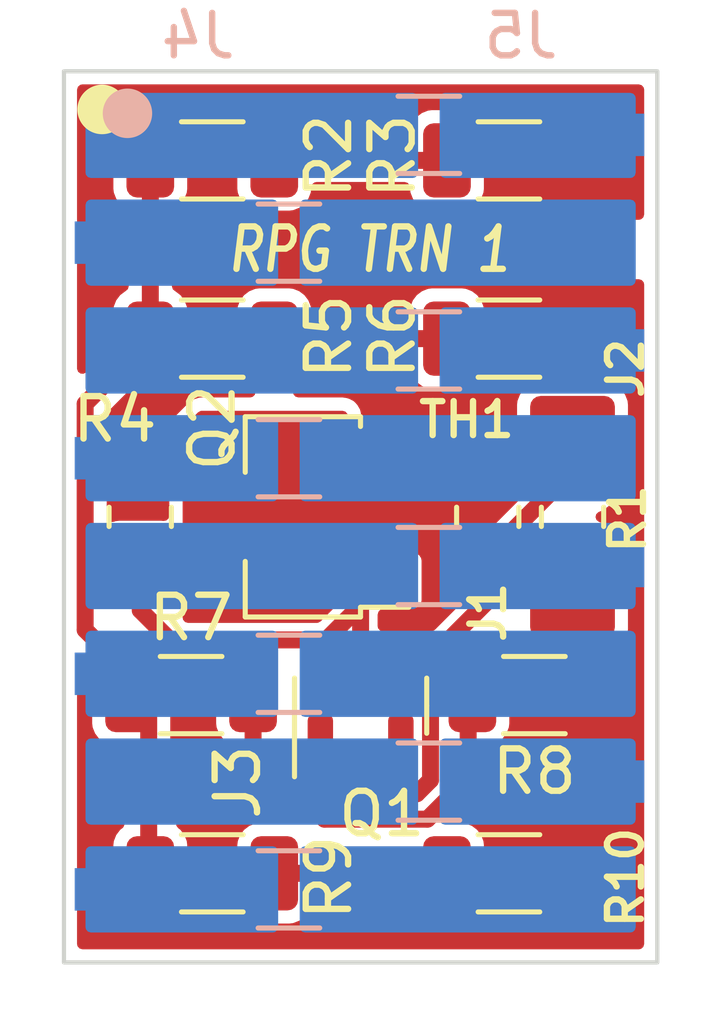
<source format=kicad_pcb>
(kicad_pcb (version 20211014) (generator pcbnew)
  (layers (0 "F.Cu" signal) (31 "B.Cu" signal) (34 "B.Paste" user) (35 "F.Paste" user) (36 "B.SilkS" user "B.Silkscreen") (37 "F.SilkS" user "F.Silkscreen") (38 "B.Mask" user) (39 "F.Mask" user) (44 "Edge.Cuts" user))
  (net 0 "")
  (net 1 "Net-(J1-Pad1)")
  (net 2 "Net-(J2-Pad1)")
  (net 3 "Net-(Q1-Pad1)")
  (net 4 "Net-(Q1-Pad3)")
  (net 5 "Net-(Q2-Pad3)")
  (net 6 "Net-(J3-Pad1)")
  (net 7 "Net-(J4-Pad8)")
  (net 8 "Net-(J4-Pad7)")
  (net 9 "Net-(J4-Pad6)")
  (net 10 "Net-(J4-Pad5)")
  (net 11 "Net-(J4-Pad4)")
  (net 12 "Net-(J4-Pad3)")
  (net 13 "Net-(J4-Pad2)")
  (net 14 "Net-(J4-Pad1)")
  (net 15 "Net-(J5-Pad8)")
  (net 16 "Net-(J5-Pad7)")
  (net 17 "Net-(J5-Pad6)")
  (net 18 "Net-(J5-Pad5)")
  (net 19 "Net-(J5-Pad4)")
  (net 20 "Net-(J5-Pad3)")
  (net 21 "Net-(J5-Pad2)")
  (net 22 "Net-(J5-Pad1)")
  (net 23 "Net-(R10-Pad1)")
  (net 24 "Net-(R2-Pad2)")
  (net 25 "Net-(R5-Pad2)")
  (net 26 "Net-(R7-Pad2)")
  (footprint "Resistor_SMD:R_1206_3216Metric" (layer "F.Cu") (at 138.5 91.3)
    (fp_text reference "R5" (at 2.75 -0.05 90) (layer "F.SilkS"))
    (fp_text value "150")
    (fp_line (start -0.727064 -0.91) (end 0.727064 -0.91) (layer "F.SilkS") (width 0.12))
    (fp_line (start -0.727064 0.91) (end 0.727064 0.91) (layer "F.SilkS") (width 0.12))
    (pad "1" smd roundrect (at -1.4625 0) (size 1.125 1.75) (layers "F.Cu" "F.Paste" "F.Mask") (roundrect_rratio 0.222222) (net 6 "Net-(J3-Pad1)"))
    (pad "2" smd roundrect (at 1.4625 0) (size 1.125 1.75) (layers "F.Cu" "F.Paste" "F.Mask") (roundrect_rratio 0.222222) (net 25 "Net-(R5-Pad2)"))
  )
  (footprint "Resistor_SMD:R_1206_3216Metric" (layer "F.Cu") (at 138.5 87.1)
    (fp_text reference "R2" (at 2.75 -0.1 90) (layer "F.SilkS"))
    (fp_text value "150")
    (fp_line (start -0.727064 0.91) (end 0.727064 0.91) (layer "F.SilkS") (width 0.12))
    (fp_line (start -0.727064 -0.91) (end 0.727064 -0.91) (layer "F.SilkS") (width 0.12))
    (pad "1" smd roundrect (at -1.4625 0) (size 1.125 1.75) (layers "F.Cu" "F.Paste" "F.Mask") (roundrect_rratio 0.222222) (net 6 "Net-(J3-Pad1)"))
    (pad "2" smd roundrect (at 1.4625 0) (size 1.125 1.75) (layers "F.Cu" "F.Paste" "F.Mask") (roundrect_rratio 0.222222) (net 24 "Net-(R2-Pad2)"))
  )
  (footprint "Resistor_SMD:R_0805_2012Metric" (layer "F.Cu") (at 147 95.5 90)
    (fp_text reference "R1" (at -0.05 1.3 90) (layer "F.SilkS") (effects (font (size 0.8 0.8))))
    (fp_text value "16k")
    (fp_line (start -0.227064 -0.735) (end 0.227064 -0.735) (layer "F.SilkS") (width 0.12))
    (fp_line (start -0.227064 0.735) (end 0.227064 0.735) (layer "F.SilkS") (width 0.12))
    (pad "1" smd roundrect (at -0.9125 0 90) (size 1.025 1.4) (layers "F.Cu" "F.Paste" "F.Mask") (roundrect_rratio 0.243902439) (net 1 "Net-(J1-Pad1)"))
    (pad "2" smd roundrect (at 0.9125 0 90) (size 1.025 1.4) (layers "F.Cu" "F.Paste" "F.Mask") (roundrect_rratio 0.243902439) (net 3 "Net-(Q1-Pad1)"))
  )
  (footprint "Resistor_SMD:R_1206_3216Metric" (layer "F.Cu") (at 145.5 103.9)
    (fp_text reference "R10" (at 2.75 0.1 90) (layer "F.SilkS") (effects (font (size 0.8 0.8))))
    (fp_text value "150")
    (fp_line (start -0.727064 -0.91) (end 0.727064 -0.91) (layer "F.SilkS") (width 0.12))
    (fp_line (start -0.727064 0.91) (end 0.727064 0.91) (layer "F.SilkS") (width 0.12))
    (pad "1" smd roundrect (at -1.4625 0) (size 1.125 1.75) (layers "F.Cu" "F.Paste" "F.Mask") (roundrect_rratio 0.222222) (net 23 "Net-(R10-Pad1)"))
    (pad "2" smd roundrect (at 1.4625 0) (size 1.125 1.75) (layers "F.Cu" "F.Paste" "F.Mask") (roundrect_rratio 0.222222) (net 5 "Net-(Q2-Pad3)"))
  )
  (footprint "Resistor_SMD:R_1206_3216Metric" (layer "F.Cu") (at 145.5 91.3)
    (fp_text reference "R6" (at -2.75 -0.05 90) (layer "F.SilkS"))
    (fp_text value "150")
    (fp_line (start -0.727064 0.91) (end 0.727064 0.91) (layer "F.SilkS") (width 0.12))
    (fp_line (start -0.727064 -0.91) (end 0.727064 -0.91) (layer "F.SilkS") (width 0.12))
    (pad "1" smd roundrect (at -1.4625 0) (size 1.125 1.75) (layers "F.Cu" "F.Paste" "F.Mask") (roundrect_rratio 0.222222) (net 25 "Net-(R5-Pad2)"))
    (pad "2" smd roundrect (at 1.4625 0) (size 1.125 1.75) (layers "F.Cu" "F.Paste" "F.Mask") (roundrect_rratio 0.222222) (net 5 "Net-(Q2-Pad3)"))
  )
  (footprint "Resistor_SMD:R_1206_3216Metric" (layer "F.Cu") (at 138.5 103.9)
    (fp_text reference "R9" (at 2.75 0.1 90) (layer "F.SilkS"))
    (fp_text value "150")
    (fp_line (start -0.727064 -0.91) (end 0.727064 -0.91) (layer "F.SilkS") (width 0.12))
    (fp_line (start -0.727064 0.91) (end 0.727064 0.91) (layer "F.SilkS") (width 0.12))
    (pad "1" smd roundrect (at -1.4625 0) (size 1.125 1.75) (layers "F.Cu" "F.Paste" "F.Mask") (roundrect_rratio 0.222222) (net 6 "Net-(J3-Pad1)"))
    (pad "2" smd roundrect (at 1.4625 0) (size 1.125 1.75) (layers "F.Cu" "F.Paste" "F.Mask") (roundrect_rratio 0.222222) (net 23 "Net-(R10-Pad1)"))
  )
  (footprint "Connector_Wire:SolderWirePad_1x01_SMD_1x2mm" (layer "F.Cu") (at 137 101.8 90)
    (fp_text reference "J3" (at 0.05 2.1 270) (layer "F.SilkS"))
    (fp_text value "Vin_pow")
    (pad "1" smd roundrect (at 0 0 90) (size 1 2) (layers "F.Cu" "F.Paste" "F.Mask") (net 6 "Net-(J3-Pad1)"))
  )
  (footprint "Connector_Wire:SolderWirePad_1x01_SMD_1x2mm" (layer "F.Cu") (at 147 93.15 90)
    (fp_text reference "J2" (at 1.15 1.25 270) (layer "F.SilkS") (effects (font (size 0.8 0.8))))
    (fp_text value "GND")
    (pad "1" smd roundrect (at 0 0 90) (size 1 2) (layers "F.Cu" "F.Paste" "F.Mask") (net 2 "Net-(J2-Pad1)"))
  )
  (footprint "Package_TO_SOT_SMD:SOT-23" (layer "F.Cu") (at 142 99.95 90)
    (fp_text reference "Q1" (at -2.55 0.5) (layer "F.SilkS"))
    (fp_text value "BC847")
    (fp_line (start 0 -1.56) (end 0.65 -1.56) (layer "F.SilkS") (width 0.12))
    (fp_line (start 0 -1.56) (end -1.675 -1.56) (layer "F.SilkS") (width 0.12))
    (fp_line (start 0 1.56) (end -0.65 1.56) (layer "F.SilkS") (width 0.12))
    (fp_line (start 0 1.56) (end 0.65 1.56) (layer "F.SilkS") (width 0.12))
    (pad "1" smd roundrect (at -0.9375 -0.95 90) (size 1.475 0.6) (layers "F.Cu" "F.Paste" "F.Mask") (net 3 "Net-(Q1-Pad1)"))
    (pad "2" smd roundrect (at -0.9375 0.95 90) (size 1.475 0.6) (layers "F.Cu" "F.Paste" "F.Mask") (net 2 "Net-(J2-Pad1)"))
    (pad "3" smd roundrect (at 0.9375 0 90) (size 1.475 0.6) (layers "F.Cu" "F.Paste" "F.Mask") (net 4 "Net-(Q1-Pad3)"))
  )
  (footprint "Resistor_SMD:R_1206_3216Metric" (layer "F.Cu") (at 146.1 99.7)
    (fp_text reference "R8" (at 0 1.8) (layer "F.SilkS"))
    (fp_text value "150")
    (fp_line (start -0.727064 -0.91) (end 0.727064 -0.91) (layer "F.SilkS") (width 0.12))
    (fp_line (start -0.727064 0.91) (end 0.727064 0.91) (layer "F.SilkS") (width 0.12))
    (pad "1" smd roundrect (at -1.4625 0) (size 1.125 1.75) (layers "F.Cu" "F.Paste" "F.Mask") (roundrect_rratio 0.222222) (net 26 "Net-(R7-Pad2)"))
    (pad "2" smd roundrect (at 1.4625 0) (size 1.125 1.75) (layers "F.Cu" "F.Paste" "F.Mask") (roundrect_rratio 0.222222) (net 5 "Net-(Q2-Pad3)"))
  )
  (footprint "Resistor_SMD:R_1206_3216Metric" (layer "F.Cu") (at 138 99.7)
    (fp_text reference "R7" (at 0 -1.82) (layer "F.SilkS"))
    (fp_text value "150")
    (fp_line (start -0.727064 0.91) (end 0.727064 0.91) (layer "F.SilkS") (width 0.12))
    (fp_line (start -0.727064 -0.91) (end 0.727064 -0.91) (layer "F.SilkS") (width 0.12))
    (pad "1" smd roundrect (at -1.4625 0) (size 1.125 1.75) (layers "F.Cu" "F.Paste" "F.Mask") (roundrect_rratio 0.222222) (net 6 "Net-(J3-Pad1)"))
    (pad "2" smd roundrect (at 1.4625 0) (size 1.125 1.75) (layers "F.Cu" "F.Paste" "F.Mask") (roundrect_rratio 0.222222) (net 26 "Net-(R7-Pad2)"))
  )
  (footprint "Resistor_SMD:R_1206_3216Metric" (layer "F.Cu") (at 145.5 87.1)
    (fp_text reference "R3" (at -2.75 -0.1 90) (layer "F.SilkS"))
    (fp_text value "150")
    (fp_line (start -0.727064 0.91) (end 0.727064 0.91) (layer "F.SilkS") (width 0.12))
    (fp_line (start -0.727064 -0.91) (end 0.727064 -0.91) (layer "F.SilkS") (width 0.12))
    (pad "1" smd roundrect (at -1.4625 0) (size 1.125 1.75) (layers "F.Cu" "F.Paste" "F.Mask") (roundrect_rratio 0.222222) (net 24 "Net-(R2-Pad2)"))
    (pad "2" smd roundrect (at 1.4625 0) (size 1.125 1.75) (layers "F.Cu" "F.Paste" "F.Mask") (roundrect_rratio 0.222222) (net 5 "Net-(Q2-Pad3)"))
  )
  (footprint "Resistor_SMD:R_0805_2012Metric" (layer "F.Cu") (at 136.8 95.5 -90)
    (fp_text reference "R4" (at -2.3 0.6 180) (layer "F.SilkS"))
    (fp_text value "680")
    (fp_line (start -0.227064 -0.735) (end 0.227064 -0.735) (layer "F.SilkS") (width 0.12))
    (fp_line (start -0.227064 0.735) (end 0.227064 0.735) (layer "F.SilkS") (width 0.12))
    (pad "1" smd roundrect (at -0.9125 0 270) (size 1.025 1.4) (layers "F.Cu" "F.Paste" "F.Mask") (roundrect_rratio 0.243902439) (net 5 "Net-(Q2-Pad3)"))
    (pad "2" smd roundrect (at 0.9125 0 270) (size 1.025 1.4) (layers "F.Cu" "F.Paste" "F.Mask") (roundrect_rratio 0.243902439) (net 4 "Net-(Q1-Pad3)"))
  )
  (footprint "Package_TO_SOT_SMD:SOT-89-3" (layer "F.Cu") (at 140.9375 95.5 180)
    (fp_text reference "Q2" (at 2.4375 2.1 90) (layer "F.SilkS"))
    (fp_text value "BCX53")
    (fp_line (start 1.66 -2.36) (end 1.66 -1.05) (layer "F.SilkS") (width 0.12))
    (fp_line (start -1.06 2.36) (end -1.06 2.13) (layer "F.SilkS") (width 0.12))
    (fp_line (start -2.2 -2.13) (end -1.06 -2.13) (layer "F.SilkS") (width 0.12))
    (fp_line (start -1.06 -2.36) (end -1.06 -2.13) (layer "F.SilkS") (width 0.12))
    (fp_line (start 1.66 1.05) (end 1.66 2.36) (layer "F.SilkS") (width 0.12))
    (fp_line (start -1.06 -2.36) (end 1.66 -2.36) (layer "F.SilkS") (width 0.12))
    (fp_line (start 1.66 2.36) (end -1.06 2.36) (layer "F.SilkS") (width 0.12))
    (pad "1" smd rect (at -1.65 -1.5 180) (size 1.3 0.9) (layers "F.Cu" "F.Paste" "F.Mask") (net 4 "Net-(Q1-Pad3)"))
    (pad "2" smd custom (at -1.5625 0 180) (size 1.475 0.9) (layers "F.Cu" "F.Paste" "F.Mask") (net 2 "Net-(J2-Pad1)") (options (clearance outline) (anchor rect)) (primitives (gr_poly (pts (xy 3.8625 0.8665) (xy 0.7375 0.8665) (xy 0.7375 -0.8665) (xy 3.8625 -0.8665)) (width 0) (fill yes))))
    (pad "3" smd rect (at -1.65 1.5 180) (size 1.3 0.9) (layers "F.Cu" "F.Paste" "F.Mask") (net 5 "Net-(Q2-Pad3)"))
  )
  (footprint "Resistor_SMD:R_0805_2012Metric" (layer "F.Cu") (at 145 95.5 90)
    (fp_text reference "TH1" (at 2.29 -0.5) (layer "F.SilkS") (effects (font (size 0.8 0.8))))
    (fp_text value "1k")
    (fp_line (start -0.227064 0.735) (end 0.227064 0.735) (layer "F.SilkS") (width 0.12))
    (fp_line (start -0.227064 -0.735) (end 0.227064 -0.735) (layer "F.SilkS") (width 0.12))
    (pad "1" smd roundrect (at -0.9125 0 90) (size 1.025 1.4) (layers "F.Cu" "F.Paste" "F.Mask") (roundrect_rratio 0.243902439) (net 3 "Net-(Q1-Pad1)"))
    (pad "2" smd roundrect (at 0.9125 0 90) (size 1.025 1.4) (layers "F.Cu" "F.Paste" "F.Mask") (roundrect_rratio 0.243902439) (net 2 "Net-(J2-Pad1)"))
  )
  (footprint "Connector_Wire:SolderWirePad_1x01_SMD_1x2mm" (layer "F.Cu") (at 147 97.85 90)
    (fp_text reference "J1" (at 0.1 -2 270) (layer "F.SilkS") (effects (font (size 0.8 0.8))))
    (fp_text value "Vin_reg")
    (pad "1" smd roundrect (at 0 0 90) (size 1 2) (layers "F.Cu" "F.Paste" "F.Mask") (net 1 "Net-(J1-Pad1)"))
  )
  (footprint "Resistor_SMD:R_1206_3216Metric" (layer "B.Cu") (at 140.3086 104.2786)
    (fp_text reference "R18" hide)
    (fp_text value "R")
    (fp_line (start -0.727064 -0.91) (end 0.727064 -0.91) (layer "B.SilkS") (width 0.12))
    (fp_line (start -0.727064 0.91) (end 0.727064 0.91) (layer "B.SilkS") (width 0.12))
    (pad "1" smd roundrect (at -1.4625 0) (size 1.125 1.75) (layers "B.Cu" "B.Paste" "B.Mask") (roundrect_rratio 0.2222222222) (net 7 "Net-(J4-Pad8)"))
    (pad "2" smd roundrect (at 1.4625 0) (size 1.125 1.75) (layers "B.Cu" "B.Paste" "B.Mask") (roundrect_rratio 0.2222222222) (net 15 "Net-(J5-Pad8)"))
  )
  (footprint "Connector_PinHeader_2.54mm:PinHeader_1x08_P2.54mm_Vertical_SMD_Pin1Left" (layer "B.Cu") (at 145.7836 95.3886 180)
    (fp_text reference "J5" (at 0 11.22) (layer "B.SilkS") (effects (justify mirror)))
    (fp_text value "Conn_01x08")
    (pad "1" smd rect (at -1.655 8.89 180) (size 2.51 1) (layers "B.Cu" "B.Paste" "B.Mask") (net 22 "Net-(J5-Pad1)"))
    (pad "2" smd rect (at 1.655 6.35 180) (size 2.51 1) (layers "B.Cu" "B.Paste" "B.Mask") (net 21 "Net-(J5-Pad2)"))
    (pad "3" smd rect (at -1.655 3.81 180) (size 2.51 1) (layers "B.Cu" "B.Paste" "B.Mask") (net 20 "Net-(J5-Pad3)"))
    (pad "4" smd rect (at 1.655 1.27 180) (size 2.51 1) (layers "B.Cu" "B.Paste" "B.Mask") (net 19 "Net-(J5-Pad4)"))
    (pad "5" smd rect (at -1.655 -1.27 180) (size 2.51 1) (layers "B.Cu" "B.Paste" "B.Mask") (net 18 "Net-(J5-Pad5)"))
    (pad "6" smd rect (at 1.655 -3.81 180) (size 2.51 1) (layers "B.Cu" "B.Paste" "B.Mask") (net 17 "Net-(J5-Pad6)"))
    (pad "7" smd rect (at -1.655 -6.35 180) (size 2.51 1) (layers "B.Cu" "B.Paste" "B.Mask") (net 16 "Net-(J5-Pad7)"))
    (pad "8" smd rect (at 1.655 -8.89 180) (size 2.51 1) (layers "B.Cu" "B.Paste" "B.Mask") (net 15 "Net-(J5-Pad8)"))
  )
  (footprint "Resistor_SMD:R_1206_3216Metric" (layer "B.Cu") (at 143.6106 101.7386)
    (fp_text reference "R17" hide)
    (fp_text value "R")
    (fp_line (start -0.727064 0.91) (end 0.727064 0.91) (layer "B.SilkS") (width 0.12))
    (fp_line (start -0.727064 -0.91) (end 0.727064 -0.91) (layer "B.SilkS") (width 0.12))
    (pad "1" smd roundrect (at -1.4625 0) (size 1.125 1.75) (layers "B.Cu" "B.Paste" "B.Mask") (roundrect_rratio 0.2222222222) (net 8 "Net-(J4-Pad7)"))
    (pad "2" smd roundrect (at 1.4625 0) (size 1.125 1.75) (layers "B.Cu" "B.Paste" "B.Mask") (roundrect_rratio 0.2222222222) (net 16 "Net-(J5-Pad7)"))
  )
  (footprint "Resistor_SMD:R_1206_3216Metric" (layer "B.Cu") (at 143.6106 86.4986)
    (fp_text reference "R11" hide)
    (fp_text value "R")
    (fp_line (start -0.727064 -0.91) (end 0.727064 -0.91) (layer "B.SilkS") (width 0.12))
    (fp_line (start -0.727064 0.91) (end 0.727064 0.91) (layer "B.SilkS") (width 0.12))
    (pad "1" smd roundrect (at -1.4625 0) (size 1.125 1.75) (layers "B.Cu" "B.Paste" "B.Mask") (roundrect_rratio 0.2222222222) (net 14 "Net-(J4-Pad1)"))
    (pad "2" smd roundrect (at 1.4625 0) (size 1.125 1.75) (layers "B.Cu" "B.Paste" "B.Mask") (roundrect_rratio 0.2222222222) (net 22 "Net-(J5-Pad1)"))
  )
  (footprint "Resistor_SMD:R_1206_3216Metric" (layer "B.Cu") (at 140.3086 89.0386)
    (fp_text reference "R12" hide)
    (fp_text value "R")
    (fp_line (start -0.727064 -0.91) (end 0.727064 -0.91) (layer "B.SilkS") (width 0.12))
    (fp_line (start -0.727064 0.91) (end 0.727064 0.91) (layer "B.SilkS") (width 0.12))
    (pad "1" smd roundrect (at -1.4625 0) (size 1.125 1.75) (layers "B.Cu" "B.Paste" "B.Mask") (roundrect_rratio 0.2222222222) (net 13 "Net-(J4-Pad2)"))
    (pad "2" smd roundrect (at 1.4625 0) (size 1.125 1.75) (layers "B.Cu" "B.Paste" "B.Mask") (roundrect_rratio 0.2222222222) (net 21 "Net-(J5-Pad2)"))
  )
  (footprint "Connector_PinHeader_2.54mm:PinHeader_1x08_P2.54mm_Vertical_SMD_Pin1Left" (layer "B.Cu") (at 138.1636 95.3886 180)
    (fp_text reference "J4" (at 0 11.22) (layer "B.SilkS") (effects (justify mirror)))
    (fp_text value "Conn_01x08")
    (pad "1" smd rect (at -1.655 8.89 180) (size 2.51 1) (layers "B.Cu" "B.Paste" "B.Mask") (net 14 "Net-(J4-Pad1)"))
    (pad "2" smd rect (at 1.655 6.35 180) (size 2.51 1) (layers "B.Cu" "B.Paste" "B.Mask") (net 13 "Net-(J4-Pad2)"))
    (pad "3" smd rect (at -1.655 3.81 180) (size 2.51 1) (layers "B.Cu" "B.Paste" "B.Mask") (net 12 "Net-(J4-Pad3)"))
    (pad "4" smd rect (at 1.655 1.27 180) (size 2.51 1) (layers "B.Cu" "B.Paste" "B.Mask") (net 11 "Net-(J4-Pad4)"))
    (pad "5" smd rect (at -1.655 -1.27 180) (size 2.51 1) (layers "B.Cu" "B.Paste" "B.Mask") (net 10 "Net-(J4-Pad5)"))
    (pad "6" smd rect (at 1.655 -3.81 180) (size 2.51 1) (layers "B.Cu" "B.Paste" "B.Mask") (net 9 "Net-(J4-Pad6)"))
    (pad "7" smd rect (at -1.655 -6.35 180) (size 2.51 1) (layers "B.Cu" "B.Paste" "B.Mask") (net 8 "Net-(J4-Pad7)"))
    (pad "8" smd rect (at 1.655 -8.89 180) (size 2.51 1) (layers "B.Cu" "B.Paste" "B.Mask") (net 7 "Net-(J4-Pad8)"))
  )
  (footprint "Resistor_SMD:R_1206_3216Metric" (layer "B.Cu") (at 140.3086 99.1986)
    (fp_text reference "R16" hide)
    (fp_text value "R")
    (fp_line (start -0.727064 0.91) (end 0.727064 0.91) (layer "B.SilkS") (width 0.12))
    (fp_line (start -0.727064 -0.91) (end 0.727064 -0.91) (layer "B.SilkS") (width 0.12))
    (pad "1" smd roundrect (at -1.4625 0) (size 1.125 1.75) (layers "B.Cu" "B.Paste" "B.Mask") (roundrect_rratio 0.2222222222) (net 9 "Net-(J4-Pad6)"))
    (pad "2" smd roundrect (at 1.4625 0) (size 1.125 1.75) (layers "B.Cu" "B.Paste" "B.Mask") (roundrect_rratio 0.2222222222) (net 17 "Net-(J5-Pad6)"))
  )
  (footprint "Resistor_SMD:R_1206_3216Metric" (layer "B.Cu") (at 143.6106 91.5786)
    (fp_text reference "R13" hide)
    (fp_text value "R")
    (fp_line (start -0.727064 0.91) (end 0.727064 0.91) (layer "B.SilkS") (width 0.12))
    (fp_line (start -0.727064 -0.91) (end 0.727064 -0.91) (layer "B.SilkS") (width 0.12))
    (pad "1" smd roundrect (at -1.4625 0) (size 1.125 1.75) (layers "B.Cu" "B.Paste" "B.Mask") (roundrect_rratio 0.2222222222) (net 12 "Net-(J4-Pad3)"))
    (pad "2" smd roundrect (at 1.4625 0) (size 1.125 1.75) (layers "B.Cu" "B.Paste" "B.Mask") (roundrect_rratio 0.2222222222) (net 20 "Net-(J5-Pad3)"))
  )
  (footprint "Resistor_SMD:R_1206_3216Metric" (layer "B.Cu") (at 143.6106 96.6586)
    (fp_text reference "R15" hide)
    (fp_text value "R")
    (fp_line (start -0.727064 0.91) (end 0.727064 0.91) (layer "B.SilkS") (width 0.12))
    (fp_line (start -0.727064 -0.91) (end 0.727064 -0.91) (layer "B.SilkS") (width 0.12))
    (pad "1" smd roundrect (at -1.4625 0) (size 1.125 1.75) (layers "B.Cu" "B.Paste" "B.Mask") (roundrect_rratio 0.2222222222) (net 10 "Net-(J4-Pad5)"))
    (pad "2" smd roundrect (at 1.4625 0) (size 1.125 1.75) (layers "B.Cu" "B.Paste" "B.Mask") (roundrect_rratio 0.2222222222) (net 18 "Net-(J5-Pad5)"))
  )
  (footprint "Resistor_SMD:R_1206_3216Metric" (layer "B.Cu") (at 140.3086 94.1186)
    (fp_text reference "R14" hide)
    (fp_text value "R")
    (fp_line (start -0.727064 -0.91) (end 0.727064 -0.91) (layer "B.SilkS") (width 0.12))
    (fp_line (start -0.727064 0.91) (end 0.727064 0.91) (layer "B.SilkS") (width 0.12))
    (pad "1" smd roundrect (at -1.4625 0) (size 1.125 1.75) (layers "B.Cu" "B.Paste" "B.Mask") (roundrect_rratio 0.2222222222) (net 11 "Net-(J4-Pad4)"))
    (pad "2" smd roundrect (at 1.4625 0) (size 1.125 1.75) (layers "B.Cu" "B.Paste" "B.Mask") (roundrect_rratio 0.2222222222) (net 19 "Net-(J5-Pad4)"))
  )
  (gr_circle (center 136.4986 85.9906) (end 137.0066 85.9906) (layer "B.SilkS") (width 0.15) (fill solid))
  (gr_circle (center 135.9 85.9) (end 136.408 85.9) (layer "F.SilkS") (width 0.15) (fill solid))
  (gr_rect (start 135 85) (end 149 106) (layer "Edge.Cuts") (width 0.1) (fill none))
  (gr_text "RPG TRN 1" (at 142.2 89.2) (layer "F.SilkS") (effects (font (size 1 0.8) (thickness 0.15) italic)))
  (segment (start 147 96.4125) (end 147 97.85) (width 0.4) (layer "F.Cu") (net 1))
  (segment (start 146.4375 93.15) (end 147 93.15) (width 0.4) (layer "F.Cu") (net 2))
  (segment (start 142.95 98.536522) (end 143.90048 97.586042) (width 0.4) (layer "F.Cu") (net 2))
  (segment (start 144.0875 95.5) (end 145 94.5875) (width 0.4) (layer "F.Cu") (net 2))
  (segment (start 145 94.5875) (end 146.4375 93.15) (width 0.4) (layer "F.Cu") (net 2))
  (segment (start 143.90048 97.586042) (end 143.90048 95.68702) (width 0.4) (layer "F.Cu") (net 2))
  (segment (start 142.95 100.9375) (end 142.95 98.536522) (width 0.4) (layer "F.Cu") (net 2))
  (segment (start 142.5 95.5) (end 144.0875 95.5) (width 0.4) (layer "F.Cu") (net 2))
  (segment (start 143.90048 95.68702) (end 145 94.5875) (width 0.4) (layer "F.Cu") (net 2))
  (segment (start 142.18702 102.02452) (end 141.05 100.8875) (width 0.4) (layer "F.Cu") (net 3))
  (segment (start 147 94.5875) (end 146.825 94.5875) (width 0.4) (layer "F.Cu") (net 3))
  (segment (start 145 96.4125) (end 145 97.481441) (width 0.4) (layer "F.Cu") (net 3))
  (segment (start 145 97.481441) (end 143.64952 98.831921) (width 0.4) (layer "F.Cu") (net 3))
  (segment (start 143.64952 101.702618) (end 143.327618 102.02452) (width 0.4) (layer "F.Cu") (net 3))
  (segment (start 143.64952 98.831921) (end 143.64952 101.702618) (width 0.4) (layer "F.Cu") (net 3))
  (segment (start 146.825 94.5875) (end 145 96.4125) (width 0.4) (layer "F.Cu") (net 3))
  (segment (start 143.327618 102.02452) (end 142.18702 102.02452) (width 0.4) (layer "F.Cu") (net 3))
  (segment (start 136.8 97.7) (end 136.8 96.4125) (width 0.4) (layer "F.Cu") (net 4))
  (segment (start 142 97.5875) (end 142.5875 97) (width 0.4) (layer "F.Cu") (net 4))
  (segment (start 137.5 98.4) (end 136.8 97.7) (width 0.4) (layer "F.Cu") (net 4))
  (segment (start 142 99.0625) (end 142 97.5875) (width 0.4) (layer "F.Cu") (net 4))
  (segment (start 141.1875 98.4) (end 137.5 98.4) (width 0.4) (layer "F.Cu") (net 4))
  (segment (start 142.5875 97) (end 141.1875 98.4) (width 0.4) (layer "F.Cu") (net 4))
  (segment (start 137.0375 87.1) (end 137.0375 91.3) (width 0.4) (layer "F.Cu") (net 6))
  (segment (start 135.5 98.1625) (end 137.0375 99.7) (width 0.4) (layer "F.Cu") (net 6))
  (segment (start 137.0375 91.3) (end 135.5 92.8375) (width 0.4) (layer "F.Cu") (net 6))
  (segment (start 135.5 92.8375) (end 135.5 98.1625) (width 0.4) (layer "F.Cu") (net 6))
  (segment (start 137 101.8) (end 137 103.8625) (width 0.4) (layer "F.Cu") (net 6))
  (segment (start 137.0375 99.7) (end 137 99.7375) (width 0.4) (layer "F.Cu") (net 6))
  (segment (start 137 103.8625) (end 137.0375 103.9) (width 0.4) (layer "F.Cu") (net 6))
  (segment (start 137 99.7375) (end 137 101.8) (width 0.4) (layer "F.Cu") (net 6))
  (segment (start 138.8461 104.2786) (end 136.5086 104.2786) (width 1) (layer "B.Cu") (net 7))
  (segment (start 142.1413 101.7454) (end 142.1481 101.7386) (width 1) (layer "B.Cu") (net 8))
  (segment (start 139.8186 101.7454) (end 142.1413 101.7454) (width 1) (layer "B.Cu") (net 8))
  (segment (start 138.8393 99.2054) (end 138.8461 99.1986) (width 1) (layer "B.Cu") (net 9))
  (segment (start 136.5086 99.2054) (end 138.8393 99.2054) (width 1) (layer "B.Cu") (net 9))
  (segment (start 142.1413 96.6654) (end 142.1481 96.6586) (width 1) (layer "B.Cu") (net 10))
  (segment (start 139.8186 96.6654) (end 142.1413 96.6654) (width 1) (layer "B.Cu") (net 10))
  (segment (start 138.8393 94.1254) (end 138.8461 94.1186) (width 1) (layer "B.Cu") (net 11))
  (segment (start 136.5086 94.1254) (end 138.8393 94.1254) (width 1) (layer "B.Cu") (net 11))
  (segment (start 139.8186 91.5854) (end 142.1413 91.5854) (width 1) (layer "B.Cu") (net 12))
  (segment (start 142.1413 91.5854) (end 142.1481 91.5786) (width 1) (layer "B.Cu") (net 12))
  (segment (start 136.5086 89.0454) (end 138.8393 89.0454) (width 1) (layer "B.Cu") (net 13))
  (segment (start 138.8393 89.0454) (end 138.8461 89.0386) (width 1) (layer "B.Cu") (net 13))
  (segment (start 142.1413 86.5054) (end 142.1481 86.4986) (width 1) (layer "B.Cu") (net 14))
  (segment (start 139.8186 86.5054) (end 142.1413 86.5054) (width 1) (layer "B.Cu") (net 14))
  (segment (start 141.7711 104.2786) (end 144.1286 104.2786) (width 1) (layer "B.Cu") (net 15))
  (segment (start 145.0799 101.7454) (end 145.0731 101.7386) (width 1) (layer "B.Cu") (net 16))
  (segment (start 147.4386 101.7454) (end 145.0799 101.7454) (width 1) (layer "B.Cu") (net 16))
  (segment (start 141.7779 99.2054) (end 141.7711 99.1986) (width 1) (layer "B.Cu") (net 17))
  (segment (start 144.1286 99.2054) (end 141.7779 99.2054) (width 1) (layer "B.Cu") (net 17))
  (segment (start 147.4386 96.6654) (end 145.0799 96.6654) (width 1) (layer "B.Cu") (net 18))
  (segment (start 145.0799 96.6654) (end 145.0731 96.6586) (width 1) (layer "B.Cu") (net 18))
  (segment (start 144.1286 94.1254) (end 141.7779 94.1254) (width 1) (layer "B.Cu") (net 19))
  (segment (start 141.7779 94.1254) (end 141.7711 94.1186) (width 1) (layer "B.Cu") (net 19))
  (segment (start 147.4386 91.5854) (end 145.0799 91.5854) (width 1) (layer "B.Cu") (net 20))
  (segment (start 145.0799 91.5854) (end 145.0731 91.5786) (width 1) (layer "B.Cu") (net 20))
  (segment (start 141.7779 89.0454) (end 141.7711 89.0386) (width 1) (layer "B.Cu") (net 21))
  (segment (start 144.1286 89.0454) (end 141.7779 89.0454) (width 1) (layer "B.Cu") (net 21))
  (segment (start 145.0799 86.5054) (end 145.0731 86.4986) (width 1) (layer "B.Cu") (net 22))
  (segment (start 147.4386 86.5054) (end 145.0799 86.5054) (width 1) (layer "B.Cu") (net 22))
  (segment (start 139.9625 103.9) (end 144.0375 103.9) (width 0.4) (layer "F.Cu") (net 23))
  (segment (start 139.9625 87.1) (end 144.0375 87.1) (width 0.4) (layer "F.Cu") (net 24))
  (segment (start 139.9625 91.3) (end 144.0375 91.3) (width 0.4) (layer "F.Cu") (net 25))
  (segment (start 144.5375 101.662488) (end 144.5375 99.7) (width 0.4) (layer "F.Cu") (net 26))
  (segment (start 143.575948 102.62404) (end 144.5375 101.662488) (width 0.4) (layer "F.Cu") (net 26))
  (segment (start 139.4625 99.7) (end 139.4625 100.938034) (width 0.4) (layer "F.Cu") (net 26))
  (segment (start 139.4625 100.938034) (end 141.148506 102.62404) (width 0.4) (layer "F.Cu") (net 26))
  (segment (start 141.148506 102.62404) (end 143.575948 102.62404) (width 0.4) (layer "F.Cu") (net 26))
  (zone (net 2) (net_name "Net-(J2-Pad1)") (layer "F.Cu") (priority 1) (connect_pads yes (clearance 0)) (min_thickness 0.254) (fill yes (thermal_gap 0.508) (thermal_bridge_width 0.508))
    (polygon (pts (xy 146 94.5) (xy 146 98.2) (xy 137.8 98.2) (xy 137.8 93.4) (xy 138.2 93) (xy 141.7 93) (xy 141.7 94.5)))
  )
  (zone (net 0) (net_name "") (layer "F.Cu") (connect_pads yes (clearance 0)) (min_thickness 0.254)
    (keepout (tracks not_allowed) (vias not_allowed) (pads not_allowed) (copperpour not_allowed) (footprints allowed))
    (fill (thermal_gap 0.508) (thermal_bridge_width 0.508))
    (polygon (pts (xy 148.6 89.9) (xy 146.4 89.9) (xy 146.4 88.5) (xy 148.6 88.5)))
  )
  (zone (net 5) (net_name "Net-(Q2-Pad3)") (layer "F.Cu") (connect_pads yes (clearance 0.308)) (min_thickness 0.254) (fill yes (thermal_gap 0.508) (thermal_bridge_width 0.508))
    (polygon (pts (xy 149.098 106.172) (xy 134.874 106.172) (xy 134.874 84.836) (xy 149.098 84.836)))
  )
  (zone (net 12) (net_name "Net-(J4-Pad3)") (layer "B.Cu") (connect_pads yes (clearance 0.508)) (min_thickness 0.254) (fill yes (thermal_gap 0.508) (thermal_bridge_width 0.508))
    (polygon (pts (xy 143.3566 92.5946) (xy 135.2286 92.5946) (xy 135.2286 90.5626) (xy 143.3566 90.5626)))
  )
  (zone (net 22) (net_name "Net-(J5-Pad1)") (layer "B.Cu") (connect_pads yes (clearance 0.508)) (min_thickness 0.254) (fill yes (thermal_gap 0.508) (thermal_bridge_width 0.508))
    (polygon (pts (xy 148.6906 87.5146) (xy 143.8646 87.5146) (xy 143.8646 85.2286) (xy 148.6906 85.2286)))
  )
  (zone (net 16) (net_name "Net-(J5-Pad7)") (layer "B.Cu") (connect_pads yes (clearance 0.508)) (min_thickness 0.254) (fill yes (thermal_gap 0.508) (thermal_bridge_width 0.508))
    (polygon (pts (xy 148.6906 102.7546) (xy 143.8646 102.7546) (xy 143.8646 100.7226) (xy 148.6906 100.7226)))
  )
  (zone (net 13) (net_name "Net-(J4-Pad2)") (layer "B.Cu") (connect_pads yes (clearance 0.508)) (min_thickness 0.254) (fill yes (thermal_gap 0.508) (thermal_bridge_width 0.508))
    (polygon (pts (xy 140.0546 90.0546) (xy 135.2286 90.0546) (xy 135.2286 88.0226) (xy 140.0546 88.0226)))
  )
  (zone (net 7) (net_name "Net-(J4-Pad8)") (layer "B.Cu") (connect_pads yes (clearance 0.508)) (min_thickness 0.254) (fill yes (thermal_gap 0.508) (thermal_bridge_width 0.508))
    (polygon (pts (xy 140.0546 105.2946) (xy 135.2286 105.2946) (xy 135.2286 103.2626) (xy 140.0546 103.2626)))
  )
  (zone (net 21) (net_name "Net-(J5-Pad2)") (layer "B.Cu") (connect_pads yes (clearance 0.508)) (min_thickness 0.254) (fill yes (thermal_gap 0.508) (thermal_bridge_width 0.508))
    (polygon (pts (xy 148.6906 90.0546) (xy 140.5626 90.0546) (xy 140.5626 88.0226) (xy 148.6906 88.0226)))
  )
  (zone (net 17) (net_name "Net-(J5-Pad6)") (layer "B.Cu") (connect_pads yes (clearance 0.508)) (min_thickness 0.254) (fill yes (thermal_gap 0.508) (thermal_bridge_width 0.508))
    (polygon (pts (xy 148.6906 100.2146) (xy 140.5626 100.2146) (xy 140.5626 98.1826) (xy 148.6906 98.1826)))
  )
  (zone (net 15) (net_name "Net-(J5-Pad8)") (layer "B.Cu") (connect_pads yes (clearance 0.508)) (min_thickness 0.254) (fill yes (thermal_gap 0.508) (thermal_bridge_width 0.508))
    (polygon (pts (xy 148.6906 105.2946) (xy 140.5626 105.2946) (xy 140.5626 103.2626) (xy 148.6906 103.2626)))
  )
  (zone (net 14) (net_name "Net-(J4-Pad1)") (layer "B.Cu") (connect_pads yes (clearance 0.508)) (min_thickness 0.254) (fill yes (thermal_gap 0.508) (thermal_bridge_width 0.508))
    (polygon (pts (xy 143.3566 87.5146) (xy 135.2286 87.5146) (xy 135.2286 85.2286) (xy 143.3566 85.2286)))
  )
  (zone (net 9) (net_name "Net-(J4-Pad6)") (layer "B.Cu") (connect_pads yes (clearance 0.508)) (min_thickness 0.254) (fill yes (thermal_gap 0.508) (thermal_bridge_width 0.508))
    (polygon (pts (xy 140.0546 100.2146) (xy 135.2286 100.2146) (xy 135.2286 98.1826) (xy 140.0546 98.1826)))
  )
  (zone (net 20) (net_name "Net-(J5-Pad3)") (layer "B.Cu") (connect_pads yes (clearance 0.508)) (min_thickness 0.254) (fill yes (thermal_gap 0.508) (thermal_bridge_width 0.508))
    (polygon (pts (xy 148.6906 92.5946) (xy 143.8646 92.5946) (xy 143.8646 90.5626) (xy 148.6906 90.5626)))
  )
  (zone (net 11) (net_name "Net-(J4-Pad4)") (layer "B.Cu") (connect_pads yes (clearance 0.508)) (min_thickness 0.254) (fill yes (thermal_gap 0.508) (thermal_bridge_width 0.508))
    (polygon (pts (xy 140.0546 95.1346) (xy 135.2286 95.1346) (xy 135.2286 93.1026) (xy 140.0546 93.1026)))
  )
  (zone (net 10) (net_name "Net-(J4-Pad5)") (layer "B.Cu") (connect_pads yes (clearance 0.508)) (min_thickness 0.254) (fill yes (thermal_gap 0.508) (thermal_bridge_width 0.508))
    (polygon (pts (xy 143.3566 97.6746) (xy 135.2286 97.6746) (xy 135.2286 95.6426) (xy 143.3566 95.6426)))
  )
  (zone (net 8) (net_name "Net-(J4-Pad7)") (layer "B.Cu") (connect_pads yes (clearance 0.508)) (min_thickness 0.254) (fill yes (thermal_gap 0.508) (thermal_bridge_width 0.508))
    (polygon (pts (xy 143.3566 102.7546) (xy 135.2286 102.7546) (xy 135.2286 100.7226) (xy 143.3566 100.7226)))
  )
  (zone (net 18) (net_name "Net-(J5-Pad5)") (layer "B.Cu") (connect_pads yes (clearance 0.508)) (min_thickness 0.254) (fill yes (thermal_gap 0.508) (thermal_bridge_width 0.508))
    (polygon (pts (xy 148.6906 97.6746) (xy 143.8646 97.6746) (xy 143.8646 95.6426) (xy 148.6906 95.6426)))
  )
  (zone (net 19) (net_name "Net-(J5-Pad4)") (layer "B.Cu") (connect_pads yes (clearance 0.508)) (min_thickness 0.254) (fill yes (thermal_gap 0.508) (thermal_bridge_width 0.508))
    (polygon (pts (xy 148.6906 95.1346) (xy 140.5626 95.1346) (xy 140.5626 93.1026) (xy 148.6906 93.1026)))
  )
)
</source>
